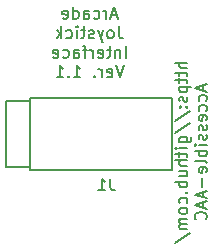
<source format=gbo>
G04 #@! TF.GenerationSoftware,KiCad,Pcbnew,5.1.5-52549c5~84~ubuntu16.04.1*
G04 #@! TF.CreationDate,2020-03-17T21:52:37-04:00*
G04 #@! TF.ProjectId,arcade_joystick_pcb,61726361-6465-45f6-9a6f-79737469636b,1.0*
G04 #@! TF.SameCoordinates,Original*
G04 #@! TF.FileFunction,Legend,Bot*
G04 #@! TF.FilePolarity,Positive*
%FSLAX46Y46*%
G04 Gerber Fmt 4.6, Leading zero omitted, Abs format (unit mm)*
G04 Created by KiCad (PCBNEW 5.1.5-52549c5~84~ubuntu16.04.1) date 2020-03-17 21:52:37*
%MOMM*%
%LPD*%
G04 APERTURE LIST*
%ADD10C,0.150000*%
G04 APERTURE END LIST*
D10*
X140089380Y-83995571D02*
X139089380Y-83995571D01*
X140089380Y-84424142D02*
X139565571Y-84424142D01*
X139470333Y-84376523D01*
X139422714Y-84281285D01*
X139422714Y-84138428D01*
X139470333Y-84043190D01*
X139517952Y-83995571D01*
X139422714Y-84757476D02*
X139422714Y-85138428D01*
X139089380Y-84900333D02*
X139946523Y-84900333D01*
X140041761Y-84947952D01*
X140089380Y-85043190D01*
X140089380Y-85138428D01*
X139422714Y-85328904D02*
X139422714Y-85709857D01*
X139089380Y-85471761D02*
X139946523Y-85471761D01*
X140041761Y-85519380D01*
X140089380Y-85614619D01*
X140089380Y-85709857D01*
X139422714Y-86043190D02*
X140422714Y-86043190D01*
X139470333Y-86043190D02*
X139422714Y-86138428D01*
X139422714Y-86328904D01*
X139470333Y-86424142D01*
X139517952Y-86471761D01*
X139613190Y-86519380D01*
X139898904Y-86519380D01*
X139994142Y-86471761D01*
X140041761Y-86424142D01*
X140089380Y-86328904D01*
X140089380Y-86138428D01*
X140041761Y-86043190D01*
X140041761Y-86900333D02*
X140089380Y-86995571D01*
X140089380Y-87186047D01*
X140041761Y-87281285D01*
X139946523Y-87328904D01*
X139898904Y-87328904D01*
X139803666Y-87281285D01*
X139756047Y-87186047D01*
X139756047Y-87043190D01*
X139708428Y-86947952D01*
X139613190Y-86900333D01*
X139565571Y-86900333D01*
X139470333Y-86947952D01*
X139422714Y-87043190D01*
X139422714Y-87186047D01*
X139470333Y-87281285D01*
X139994142Y-87757476D02*
X140041761Y-87805095D01*
X140089380Y-87757476D01*
X140041761Y-87709857D01*
X139994142Y-87757476D01*
X140089380Y-87757476D01*
X139470333Y-87757476D02*
X139517952Y-87805095D01*
X139565571Y-87757476D01*
X139517952Y-87709857D01*
X139470333Y-87757476D01*
X139565571Y-87757476D01*
X139041761Y-88947952D02*
X140327476Y-88090809D01*
X139041761Y-89995571D02*
X140327476Y-89138428D01*
X139422714Y-90757476D02*
X140232238Y-90757476D01*
X140327476Y-90709857D01*
X140375095Y-90662238D01*
X140422714Y-90567000D01*
X140422714Y-90424142D01*
X140375095Y-90328904D01*
X140041761Y-90757476D02*
X140089380Y-90662238D01*
X140089380Y-90471761D01*
X140041761Y-90376523D01*
X139994142Y-90328904D01*
X139898904Y-90281285D01*
X139613190Y-90281285D01*
X139517952Y-90328904D01*
X139470333Y-90376523D01*
X139422714Y-90471761D01*
X139422714Y-90662238D01*
X139470333Y-90757476D01*
X140089380Y-91233666D02*
X139422714Y-91233666D01*
X139089380Y-91233666D02*
X139137000Y-91186047D01*
X139184619Y-91233666D01*
X139137000Y-91281285D01*
X139089380Y-91233666D01*
X139184619Y-91233666D01*
X139422714Y-91567000D02*
X139422714Y-91947952D01*
X139089380Y-91709857D02*
X139946523Y-91709857D01*
X140041761Y-91757476D01*
X140089380Y-91852714D01*
X140089380Y-91947952D01*
X140089380Y-92281285D02*
X139089380Y-92281285D01*
X140089380Y-92709857D02*
X139565571Y-92709857D01*
X139470333Y-92662238D01*
X139422714Y-92567000D01*
X139422714Y-92424142D01*
X139470333Y-92328904D01*
X139517952Y-92281285D01*
X139422714Y-93614619D02*
X140089380Y-93614619D01*
X139422714Y-93186047D02*
X139946523Y-93186047D01*
X140041761Y-93233666D01*
X140089380Y-93328904D01*
X140089380Y-93471761D01*
X140041761Y-93567000D01*
X139994142Y-93614619D01*
X140089380Y-94090809D02*
X139089380Y-94090809D01*
X139470333Y-94090809D02*
X139422714Y-94186047D01*
X139422714Y-94376523D01*
X139470333Y-94471761D01*
X139517952Y-94519380D01*
X139613190Y-94567000D01*
X139898904Y-94567000D01*
X139994142Y-94519380D01*
X140041761Y-94471761D01*
X140089380Y-94376523D01*
X140089380Y-94186047D01*
X140041761Y-94090809D01*
X139994142Y-94995571D02*
X140041761Y-95043190D01*
X140089380Y-94995571D01*
X140041761Y-94947952D01*
X139994142Y-94995571D01*
X140089380Y-94995571D01*
X140041761Y-95900333D02*
X140089380Y-95805095D01*
X140089380Y-95614619D01*
X140041761Y-95519380D01*
X139994142Y-95471761D01*
X139898904Y-95424142D01*
X139613190Y-95424142D01*
X139517952Y-95471761D01*
X139470333Y-95519380D01*
X139422714Y-95614619D01*
X139422714Y-95805095D01*
X139470333Y-95900333D01*
X140089380Y-96471761D02*
X140041761Y-96376523D01*
X139994142Y-96328904D01*
X139898904Y-96281285D01*
X139613190Y-96281285D01*
X139517952Y-96328904D01*
X139470333Y-96376523D01*
X139422714Y-96471761D01*
X139422714Y-96614619D01*
X139470333Y-96709857D01*
X139517952Y-96757476D01*
X139613190Y-96805095D01*
X139898904Y-96805095D01*
X139994142Y-96757476D01*
X140041761Y-96709857D01*
X140089380Y-96614619D01*
X140089380Y-96471761D01*
X140089380Y-97233666D02*
X139422714Y-97233666D01*
X139517952Y-97233666D02*
X139470333Y-97281285D01*
X139422714Y-97376523D01*
X139422714Y-97519380D01*
X139470333Y-97614619D01*
X139565571Y-97662238D01*
X140089380Y-97662238D01*
X139565571Y-97662238D02*
X139470333Y-97709857D01*
X139422714Y-97805095D01*
X139422714Y-97947952D01*
X139470333Y-98043190D01*
X139565571Y-98090809D01*
X140089380Y-98090809D01*
X139041761Y-99281285D02*
X140327476Y-98424142D01*
X141453666Y-85876523D02*
X141453666Y-86352714D01*
X141739380Y-85781285D02*
X140739380Y-86114619D01*
X141739380Y-86447952D01*
X141691761Y-87209857D02*
X141739380Y-87114619D01*
X141739380Y-86924142D01*
X141691761Y-86828904D01*
X141644142Y-86781285D01*
X141548904Y-86733666D01*
X141263190Y-86733666D01*
X141167952Y-86781285D01*
X141120333Y-86828904D01*
X141072714Y-86924142D01*
X141072714Y-87114619D01*
X141120333Y-87209857D01*
X141691761Y-88067000D02*
X141739380Y-87971761D01*
X141739380Y-87781285D01*
X141691761Y-87686047D01*
X141644142Y-87638428D01*
X141548904Y-87590809D01*
X141263190Y-87590809D01*
X141167952Y-87638428D01*
X141120333Y-87686047D01*
X141072714Y-87781285D01*
X141072714Y-87971761D01*
X141120333Y-88067000D01*
X141691761Y-88876523D02*
X141739380Y-88781285D01*
X141739380Y-88590809D01*
X141691761Y-88495571D01*
X141596523Y-88447952D01*
X141215571Y-88447952D01*
X141120333Y-88495571D01*
X141072714Y-88590809D01*
X141072714Y-88781285D01*
X141120333Y-88876523D01*
X141215571Y-88924142D01*
X141310809Y-88924142D01*
X141406047Y-88447952D01*
X141691761Y-89305095D02*
X141739380Y-89400333D01*
X141739380Y-89590809D01*
X141691761Y-89686047D01*
X141596523Y-89733666D01*
X141548904Y-89733666D01*
X141453666Y-89686047D01*
X141406047Y-89590809D01*
X141406047Y-89447952D01*
X141358428Y-89352714D01*
X141263190Y-89305095D01*
X141215571Y-89305095D01*
X141120333Y-89352714D01*
X141072714Y-89447952D01*
X141072714Y-89590809D01*
X141120333Y-89686047D01*
X141691761Y-90114619D02*
X141739380Y-90209857D01*
X141739380Y-90400333D01*
X141691761Y-90495571D01*
X141596523Y-90543190D01*
X141548904Y-90543190D01*
X141453666Y-90495571D01*
X141406047Y-90400333D01*
X141406047Y-90257476D01*
X141358428Y-90162238D01*
X141263190Y-90114619D01*
X141215571Y-90114619D01*
X141120333Y-90162238D01*
X141072714Y-90257476D01*
X141072714Y-90400333D01*
X141120333Y-90495571D01*
X141739380Y-90971761D02*
X141072714Y-90971761D01*
X140739380Y-90971761D02*
X140787000Y-90924142D01*
X140834619Y-90971761D01*
X140787000Y-91019380D01*
X140739380Y-90971761D01*
X140834619Y-90971761D01*
X141739380Y-91447952D02*
X140739380Y-91447952D01*
X141120333Y-91447952D02*
X141072714Y-91543190D01*
X141072714Y-91733666D01*
X141120333Y-91828904D01*
X141167952Y-91876523D01*
X141263190Y-91924142D01*
X141548904Y-91924142D01*
X141644142Y-91876523D01*
X141691761Y-91828904D01*
X141739380Y-91733666D01*
X141739380Y-91543190D01*
X141691761Y-91447952D01*
X141739380Y-92495571D02*
X141691761Y-92400333D01*
X141596523Y-92352714D01*
X140739380Y-92352714D01*
X141691761Y-93257476D02*
X141739380Y-93162238D01*
X141739380Y-92971761D01*
X141691761Y-92876523D01*
X141596523Y-92828904D01*
X141215571Y-92828904D01*
X141120333Y-92876523D01*
X141072714Y-92971761D01*
X141072714Y-93162238D01*
X141120333Y-93257476D01*
X141215571Y-93305095D01*
X141310809Y-93305095D01*
X141406047Y-92828904D01*
X141358428Y-93733666D02*
X141358428Y-94495571D01*
X141453666Y-94924142D02*
X141453666Y-95400333D01*
X141739380Y-94828904D02*
X140739380Y-95162238D01*
X141739380Y-95495571D01*
X141453666Y-95781285D02*
X141453666Y-96257476D01*
X141739380Y-95686047D02*
X140739380Y-96019380D01*
X141739380Y-96352714D01*
X141644142Y-97257476D02*
X141691761Y-97209857D01*
X141739380Y-97067000D01*
X141739380Y-96971761D01*
X141691761Y-96828904D01*
X141596523Y-96733666D01*
X141501285Y-96686047D01*
X141310809Y-96638428D01*
X141167952Y-96638428D01*
X140977476Y-96686047D01*
X140882238Y-96733666D01*
X140787000Y-96828904D01*
X140739380Y-96971761D01*
X140739380Y-97067000D01*
X140787000Y-97209857D01*
X140834619Y-97257476D01*
X134135523Y-79987666D02*
X133659333Y-79987666D01*
X134230761Y-80273380D02*
X133897428Y-79273380D01*
X133564095Y-80273380D01*
X133230761Y-80273380D02*
X133230761Y-79606714D01*
X133230761Y-79797190D02*
X133183142Y-79701952D01*
X133135523Y-79654333D01*
X133040285Y-79606714D01*
X132945047Y-79606714D01*
X132183142Y-80225761D02*
X132278380Y-80273380D01*
X132468857Y-80273380D01*
X132564095Y-80225761D01*
X132611714Y-80178142D01*
X132659333Y-80082904D01*
X132659333Y-79797190D01*
X132611714Y-79701952D01*
X132564095Y-79654333D01*
X132468857Y-79606714D01*
X132278380Y-79606714D01*
X132183142Y-79654333D01*
X131326000Y-80273380D02*
X131326000Y-79749571D01*
X131373619Y-79654333D01*
X131468857Y-79606714D01*
X131659333Y-79606714D01*
X131754571Y-79654333D01*
X131326000Y-80225761D02*
X131421238Y-80273380D01*
X131659333Y-80273380D01*
X131754571Y-80225761D01*
X131802190Y-80130523D01*
X131802190Y-80035285D01*
X131754571Y-79940047D01*
X131659333Y-79892428D01*
X131421238Y-79892428D01*
X131326000Y-79844809D01*
X130421238Y-80273380D02*
X130421238Y-79273380D01*
X130421238Y-80225761D02*
X130516476Y-80273380D01*
X130706952Y-80273380D01*
X130802190Y-80225761D01*
X130849809Y-80178142D01*
X130897428Y-80082904D01*
X130897428Y-79797190D01*
X130849809Y-79701952D01*
X130802190Y-79654333D01*
X130706952Y-79606714D01*
X130516476Y-79606714D01*
X130421238Y-79654333D01*
X129564095Y-80225761D02*
X129659333Y-80273380D01*
X129849809Y-80273380D01*
X129945047Y-80225761D01*
X129992666Y-80130523D01*
X129992666Y-79749571D01*
X129945047Y-79654333D01*
X129849809Y-79606714D01*
X129659333Y-79606714D01*
X129564095Y-79654333D01*
X129516476Y-79749571D01*
X129516476Y-79844809D01*
X129992666Y-79940047D01*
X134278380Y-80923380D02*
X134278380Y-81637666D01*
X134326000Y-81780523D01*
X134421238Y-81875761D01*
X134564095Y-81923380D01*
X134659333Y-81923380D01*
X133659333Y-81923380D02*
X133754571Y-81875761D01*
X133802190Y-81828142D01*
X133849809Y-81732904D01*
X133849809Y-81447190D01*
X133802190Y-81351952D01*
X133754571Y-81304333D01*
X133659333Y-81256714D01*
X133516476Y-81256714D01*
X133421238Y-81304333D01*
X133373619Y-81351952D01*
X133326000Y-81447190D01*
X133326000Y-81732904D01*
X133373619Y-81828142D01*
X133421238Y-81875761D01*
X133516476Y-81923380D01*
X133659333Y-81923380D01*
X132992666Y-81256714D02*
X132754571Y-81923380D01*
X132516476Y-81256714D02*
X132754571Y-81923380D01*
X132849809Y-82161476D01*
X132897428Y-82209095D01*
X132992666Y-82256714D01*
X132183142Y-81875761D02*
X132087904Y-81923380D01*
X131897428Y-81923380D01*
X131802190Y-81875761D01*
X131754571Y-81780523D01*
X131754571Y-81732904D01*
X131802190Y-81637666D01*
X131897428Y-81590047D01*
X132040285Y-81590047D01*
X132135523Y-81542428D01*
X132183142Y-81447190D01*
X132183142Y-81399571D01*
X132135523Y-81304333D01*
X132040285Y-81256714D01*
X131897428Y-81256714D01*
X131802190Y-81304333D01*
X131468857Y-81256714D02*
X131087904Y-81256714D01*
X131326000Y-80923380D02*
X131326000Y-81780523D01*
X131278380Y-81875761D01*
X131183142Y-81923380D01*
X131087904Y-81923380D01*
X130754571Y-81923380D02*
X130754571Y-81256714D01*
X130754571Y-80923380D02*
X130802190Y-80971000D01*
X130754571Y-81018619D01*
X130706952Y-80971000D01*
X130754571Y-80923380D01*
X130754571Y-81018619D01*
X129849809Y-81875761D02*
X129945047Y-81923380D01*
X130135523Y-81923380D01*
X130230761Y-81875761D01*
X130278380Y-81828142D01*
X130326000Y-81732904D01*
X130326000Y-81447190D01*
X130278380Y-81351952D01*
X130230761Y-81304333D01*
X130135523Y-81256714D01*
X129945047Y-81256714D01*
X129849809Y-81304333D01*
X129421238Y-81923380D02*
X129421238Y-80923380D01*
X129326000Y-81542428D02*
X129040285Y-81923380D01*
X129040285Y-81256714D02*
X129421238Y-81637666D01*
X134897428Y-83573380D02*
X134897428Y-82573380D01*
X134421238Y-82906714D02*
X134421238Y-83573380D01*
X134421238Y-83001952D02*
X134373619Y-82954333D01*
X134278380Y-82906714D01*
X134135523Y-82906714D01*
X134040285Y-82954333D01*
X133992666Y-83049571D01*
X133992666Y-83573380D01*
X133659333Y-82906714D02*
X133278380Y-82906714D01*
X133516476Y-82573380D02*
X133516476Y-83430523D01*
X133468857Y-83525761D01*
X133373619Y-83573380D01*
X133278380Y-83573380D01*
X132564095Y-83525761D02*
X132659333Y-83573380D01*
X132849809Y-83573380D01*
X132945047Y-83525761D01*
X132992666Y-83430523D01*
X132992666Y-83049571D01*
X132945047Y-82954333D01*
X132849809Y-82906714D01*
X132659333Y-82906714D01*
X132564095Y-82954333D01*
X132516476Y-83049571D01*
X132516476Y-83144809D01*
X132992666Y-83240047D01*
X132087904Y-83573380D02*
X132087904Y-82906714D01*
X132087904Y-83097190D02*
X132040285Y-83001952D01*
X131992666Y-82954333D01*
X131897428Y-82906714D01*
X131802190Y-82906714D01*
X131611714Y-82906714D02*
X131230761Y-82906714D01*
X131468857Y-83573380D02*
X131468857Y-82716238D01*
X131421238Y-82621000D01*
X131326000Y-82573380D01*
X131230761Y-82573380D01*
X130468857Y-83573380D02*
X130468857Y-83049571D01*
X130516476Y-82954333D01*
X130611714Y-82906714D01*
X130802190Y-82906714D01*
X130897428Y-82954333D01*
X130468857Y-83525761D02*
X130564095Y-83573380D01*
X130802190Y-83573380D01*
X130897428Y-83525761D01*
X130945047Y-83430523D01*
X130945047Y-83335285D01*
X130897428Y-83240047D01*
X130802190Y-83192428D01*
X130564095Y-83192428D01*
X130468857Y-83144809D01*
X129564095Y-83525761D02*
X129659333Y-83573380D01*
X129849809Y-83573380D01*
X129945047Y-83525761D01*
X129992666Y-83478142D01*
X130040285Y-83382904D01*
X130040285Y-83097190D01*
X129992666Y-83001952D01*
X129945047Y-82954333D01*
X129849809Y-82906714D01*
X129659333Y-82906714D01*
X129564095Y-82954333D01*
X128754571Y-83525761D02*
X128849809Y-83573380D01*
X129040285Y-83573380D01*
X129135523Y-83525761D01*
X129183142Y-83430523D01*
X129183142Y-83049571D01*
X129135523Y-82954333D01*
X129040285Y-82906714D01*
X128849809Y-82906714D01*
X128754571Y-82954333D01*
X128706952Y-83049571D01*
X128706952Y-83144809D01*
X129183142Y-83240047D01*
X134706952Y-84223380D02*
X134373619Y-85223380D01*
X134040285Y-84223380D01*
X133326000Y-85175761D02*
X133421238Y-85223380D01*
X133611714Y-85223380D01*
X133706952Y-85175761D01*
X133754571Y-85080523D01*
X133754571Y-84699571D01*
X133706952Y-84604333D01*
X133611714Y-84556714D01*
X133421238Y-84556714D01*
X133326000Y-84604333D01*
X133278380Y-84699571D01*
X133278380Y-84794809D01*
X133754571Y-84890047D01*
X132849809Y-85223380D02*
X132849809Y-84556714D01*
X132849809Y-84747190D02*
X132802190Y-84651952D01*
X132754571Y-84604333D01*
X132659333Y-84556714D01*
X132564095Y-84556714D01*
X132230761Y-85128142D02*
X132183142Y-85175761D01*
X132230761Y-85223380D01*
X132278380Y-85175761D01*
X132230761Y-85128142D01*
X132230761Y-85223380D01*
X130468857Y-85223380D02*
X131040285Y-85223380D01*
X130754571Y-85223380D02*
X130754571Y-84223380D01*
X130849809Y-84366238D01*
X130945047Y-84461476D01*
X131040285Y-84509095D01*
X130040285Y-85128142D02*
X129992666Y-85175761D01*
X130040285Y-85223380D01*
X130087904Y-85175761D01*
X130040285Y-85128142D01*
X130040285Y-85223380D01*
X129040285Y-85223380D02*
X129611714Y-85223380D01*
X129326000Y-85223380D02*
X129326000Y-84223380D01*
X129421238Y-84366238D01*
X129516476Y-84461476D01*
X129611714Y-84509095D01*
X124740001Y-92835000D02*
X124740001Y-87235000D01*
X126740001Y-87235000D02*
X124740001Y-87235000D01*
X126740001Y-92835000D02*
X124740001Y-92835000D01*
X126740001Y-86985000D02*
X138840001Y-86985000D01*
X126740001Y-93085000D02*
X138840001Y-93085000D01*
X138840001Y-93085000D02*
X138840001Y-86985000D01*
X126740001Y-93085000D02*
X126740001Y-86985000D01*
X133556333Y-93813380D02*
X133556333Y-94527666D01*
X133603952Y-94670523D01*
X133699190Y-94765761D01*
X133842047Y-94813380D01*
X133937285Y-94813380D01*
X132556333Y-94813380D02*
X133127761Y-94813380D01*
X132842047Y-94813380D02*
X132842047Y-93813380D01*
X132937285Y-93956238D01*
X133032523Y-94051476D01*
X133127761Y-94099095D01*
M02*

</source>
